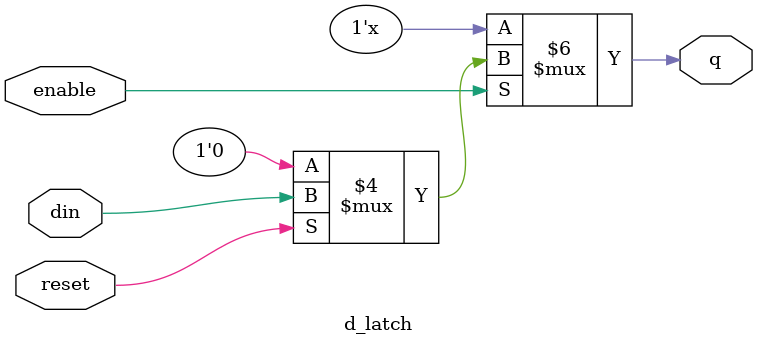
<source format=sv>
module d_latch(
  output q,
  input din ,
  input enable ,
  input reset );
  reg q;
  always @(din or enable or reset )
    begin
      if(enable)
        begin
          if(~reset)
            q<=0;
          else
            q<=din;
        end
    end
endmodule

</source>
